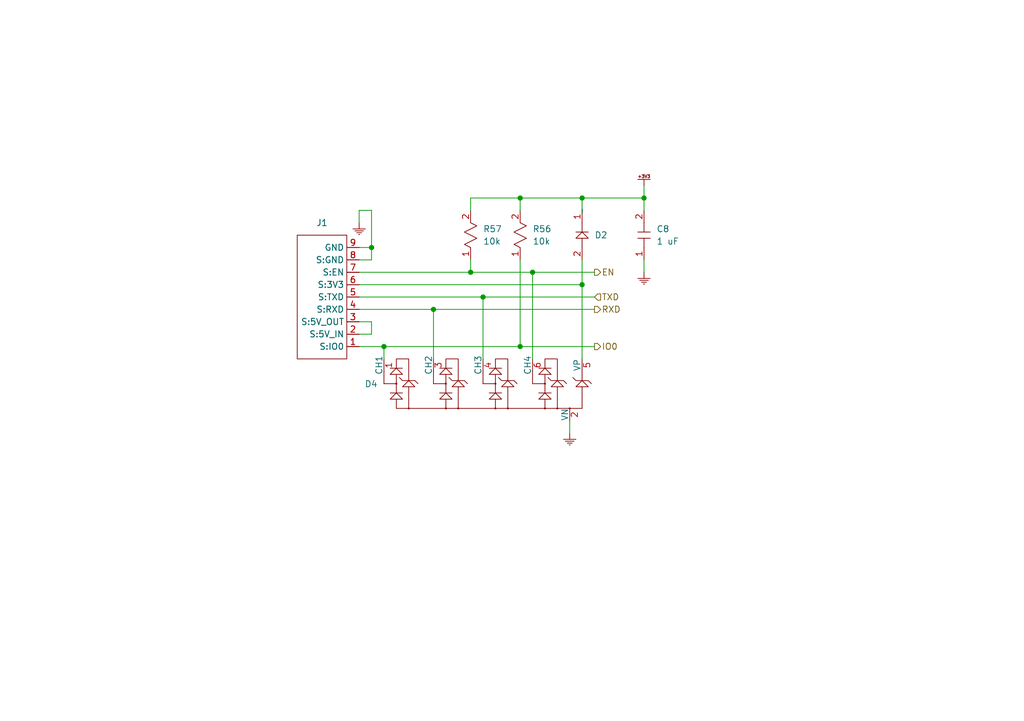
<source format=kicad_sch>
(kicad_sch (version 20230121) (generator eeschema)
  (paper "A5")
  (lib_symbols
    (symbol "zandmd:+3V3" (power) (pin_names (offset 0))
      (symbol "+3V3_0_1"
        (polyline (pts (xy -1.27 1.27) (xy 1.27 1.27)))
        (polyline (pts (xy 0 0) (xy 0 1.27)))
      )
      (symbol "+3V3_1_1"
        (text "+3V3" (at 0 1.905 0) (effects (font (size 0.635 0.635))))
        (pin power_in line (at 0 0 90) (length 0) hide (name "+3V3") (number "1"))
      )
    )
    (symbol "zandmd:CAPACITOR" (pin_names (offset 0))
      (property "Reference" "C" (at 0 0 0))
      (property "Value" "C" (at 0 0 0))
      (symbol "CAPACITOR_0_1"
        (polyline (pts (xy 2.54 0) (xy 4.445 0)))
        (polyline (pts (xy 4.445 1.27) (xy 4.445 -1.27)))
        (polyline (pts (xy 5.715 1.27) (xy 5.715 -1.27)))
        (polyline (pts (xy 7.62 0) (xy 5.715 0)))
      )
      (symbol "CAPACITOR_1_1"
        (pin passive line (at 0 0 0) (length 2.54) (name "") (number "1"))
        (pin passive line (at 10.16 0 180) (length 2.54) (name "") (number "2"))
      )
    )
    (symbol "zandmd:CF25081D0R0-10-NH"
      (property "Reference" "J" (at 0 0 0))
      (symbol "CF25081D0R0-10-NH_0_1"
        (rectangle (start 2.54 25.4) (end 12.7 0))
      )
      (symbol "CF25081D0R0-10-NH_1_1"
        (pin unspecified line (at 0 22.86 0) (length 2.54) (name "P1") (number "1") (alternate "S:IO0" open_collector line))
        (pin unspecified line (at 0 20.32 0) (length 2.54) (name "P2") (number "2") (alternate "S:5V_IN" power_out line))
        (pin unspecified line (at 0 17.78 0) (length 2.54) (name "P3") (number "3") (alternate "S:5V_OUT" power_in line))
        (pin unspecified line (at 0 15.24 0) (length 2.54) (name "P4") (number "4") (alternate "S:RXD" output line))
        (pin unspecified line (at 0 12.7 0) (length 2.54) (name "P5") (number "5") (alternate "S:TXD" input line))
        (pin unspecified line (at 0 10.16 0) (length 2.54) (name "P6") (number "6") (alternate "S:3V3" power_out line))
        (pin unspecified line (at 0 7.62 0) (length 2.54) (name "P7") (number "7") (alternate "S:EN" open_collector line))
        (pin unspecified line (at 0 5.08 0) (length 2.54) (name "P8") (number "8") (alternate "S:GND" passive line))
        (pin passive line (at 0 2.54 0) (length 2.54) (name "GND") (number "9"))
      )
    )
    (symbol "zandmd:CM1293A-04SO" (pin_names (offset 0))
      (property "Reference" "D" (at 0 0 0))
      (symbol "CM1293A-04SO_0_1"
        (polyline (pts (xy 0 10.16) (xy 0 7.62)))
        (polyline (pts (xy 1.27 5.715) (xy 3.81 5.715)))
        (polyline (pts (xy 1.27 10.795) (xy 3.81 10.795)))
        (polyline (pts (xy 2.54 4.445) (xy 2.54 2.54)))
        (polyline (pts (xy 2.54 7.62) (xy 0 7.62)))
        (polyline (pts (xy 2.54 9.525) (xy 2.54 5.715)))
        (polyline (pts (xy 5.08 6.985) (xy 5.08 2.54)))
        (polyline (pts (xy 10.16 10.16) (xy 10.16 7.62)))
        (polyline (pts (xy 11.43 5.715) (xy 13.97 5.715)))
        (polyline (pts (xy 11.43 10.795) (xy 13.97 10.795)))
        (polyline (pts (xy 12.7 4.445) (xy 12.7 2.54)))
        (polyline (pts (xy 12.7 7.62) (xy 10.16 7.62)))
        (polyline (pts (xy 12.7 9.525) (xy 12.7 5.715)))
        (polyline (pts (xy 15.24 6.985) (xy 15.24 2.54)))
        (polyline (pts (xy 20.32 10.16) (xy 20.32 7.62)))
        (polyline (pts (xy 21.59 5.715) (xy 24.13 5.715)))
        (polyline (pts (xy 21.59 10.795) (xy 24.13 10.795)))
        (polyline (pts (xy 22.86 4.445) (xy 22.86 2.54)))
        (polyline (pts (xy 22.86 7.62) (xy 20.32 7.62)))
        (polyline (pts (xy 22.86 9.525) (xy 22.86 5.715)))
        (polyline (pts (xy 25.4 6.985) (xy 25.4 2.54)))
        (polyline (pts (xy 30.48 10.16) (xy 30.48 7.62)))
        (polyline (pts (xy 31.75 5.715) (xy 34.29 5.715)))
        (polyline (pts (xy 31.75 10.795) (xy 34.29 10.795)))
        (polyline (pts (xy 33.02 4.445) (xy 33.02 2.54)))
        (polyline (pts (xy 33.02 7.62) (xy 30.48 7.62)))
        (polyline (pts (xy 33.02 9.525) (xy 33.02 5.715)))
        (polyline (pts (xy 35.56 6.985) (xy 35.56 2.54)))
        (polyline (pts (xy 40.64 2.54) (xy 2.54 2.54)))
        (polyline (pts (xy 40.64 6.985) (xy 40.64 2.54)))
        (polyline (pts (xy 40.64 8.255) (xy 40.64 10.16)))
        (polyline (pts (xy 2.54 5.715) (xy 1.27 4.445) (xy 3.81 4.445) (xy 2.54 5.715)))
        (polyline (pts (xy 2.54 10.795) (xy 1.27 9.525) (xy 3.81 9.525) (xy 2.54 10.795)))
        (polyline (pts (xy 2.54 10.795) (xy 2.54 12.7) (xy 5.08 12.7) (xy 5.08 8.255)))
        (polyline (pts (xy 5.08 8.255) (xy 3.81 6.985) (xy 6.35 6.985) (xy 5.08 8.255)))
        (polyline (pts (xy 6.985 7.62) (xy 6.35 8.255) (xy 3.81 8.255) (xy 3.175 8.89)))
        (polyline (pts (xy 12.7 5.715) (xy 11.43 4.445) (xy 13.97 4.445) (xy 12.7 5.715)))
        (polyline (pts (xy 12.7 10.795) (xy 11.43 9.525) (xy 13.97 9.525) (xy 12.7 10.795)))
        (polyline (pts (xy 12.7 10.795) (xy 12.7 12.7) (xy 15.24 12.7) (xy 15.24 8.255)))
        (polyline (pts (xy 15.24 8.255) (xy 13.97 6.985) (xy 16.51 6.985) (xy 15.24 8.255)))
        (polyline (pts (xy 17.145 7.62) (xy 16.51 8.255) (xy 13.97 8.255) (xy 13.335 8.89)))
        (polyline (pts (xy 22.86 5.715) (xy 21.59 4.445) (xy 24.13 4.445) (xy 22.86 5.715)))
        (polyline (pts (xy 22.86 10.795) (xy 21.59 9.525) (xy 24.13 9.525) (xy 22.86 10.795)))
        (polyline (pts (xy 22.86 10.795) (xy 22.86 12.7) (xy 25.4 12.7) (xy 25.4 8.255)))
        (polyline (pts (xy 25.4 8.255) (xy 24.13 6.985) (xy 26.67 6.985) (xy 25.4 8.255)))
        (polyline (pts (xy 27.305 7.62) (xy 26.67 8.255) (xy 24.13 8.255) (xy 23.495 8.89)))
        (polyline (pts (xy 33.02 5.715) (xy 31.75 4.445) (xy 34.29 4.445) (xy 33.02 5.715)))
        (polyline (pts (xy 33.02 10.795) (xy 31.75 9.525) (xy 34.29 9.525) (xy 33.02 10.795)))
        (polyline (pts (xy 33.02 10.795) (xy 33.02 12.7) (xy 35.56 12.7) (xy 35.56 8.255)))
        (polyline (pts (xy 35.56 8.255) (xy 34.29 6.985) (xy 36.83 6.985) (xy 35.56 8.255)))
        (polyline (pts (xy 37.465 7.62) (xy 36.83 8.255) (xy 34.29 8.255) (xy 33.655 8.89)))
        (polyline (pts (xy 40.64 8.255) (xy 39.37 6.985) (xy 41.91 6.985) (xy 40.64 8.255)))
        (polyline (pts (xy 42.545 7.62) (xy 41.91 8.255) (xy 39.37 8.255) (xy 38.735 8.89)))
        (circle (center 2.54 7.62) (radius 0.127))
        (circle (center 5.08 2.54) (radius 0.127))
        (circle (center 12.7 2.54) (radius 0.127))
        (circle (center 12.7 7.62) (radius 0.127))
        (circle (center 15.24 2.54) (radius 0.127))
        (circle (center 22.86 2.54) (radius 0.127))
        (circle (center 22.86 7.62) (radius 0.127))
        (circle (center 25.4 2.54) (radius 0.127))
        (circle (center 33.02 2.54) (radius 0.127))
        (circle (center 33.02 7.62) (radius 0.127))
        (circle (center 35.56 2.54) (radius 0.127))
        (circle (center 38.1 2.54) (radius 0.127))
      )
      (symbol "CM1293A-04SO_1_1"
        (pin passive line (at 0 12.7 270) (length 2.54) (name "CH1") (number "1"))
        (pin passive line (at 38.1 0 90) (length 2.54) (name "VN") (number "2"))
        (pin passive line (at 10.16 12.7 270) (length 2.54) (name "CH2") (number "3"))
        (pin passive line (at 20.32 12.7 270) (length 2.54) (name "CH3") (number "4"))
        (pin passive line (at 40.64 12.7 270) (length 2.54) (name "VP") (number "5"))
        (pin passive line (at 30.48 12.7 270) (length 2.54) (name "CH4") (number "6"))
      )
    )
    (symbol "zandmd:DIODE" (pin_names (offset 0))
      (property "Reference" "D" (at 0 0 0))
      (symbol "DIODE_0_1"
        (polyline (pts (xy 4.445 0) (xy 2.54 0)))
        (polyline (pts (xy 4.445 1.27) (xy 4.445 -1.27)))
        (polyline (pts (xy 7.62 0) (xy 5.715 0)))
        (polyline (pts (xy 4.445 0) (xy 5.715 -1.27) (xy 5.715 1.27) (xy 4.445 0)))
      )
      (symbol "DIODE_1_1"
        (pin passive line (at 0 0 0) (length 2.54) (name "") (number "1"))
        (pin passive line (at 10.16 0 180) (length 2.54) (name "") (number "2"))
      )
    )
    (symbol "zandmd:GND" (power) (pin_names (offset 0))
      (symbol "GND_0_1"
        (polyline (pts (xy -1.27 -1.27) (xy 1.27 -1.27)))
        (polyline (pts (xy -0.889 -1.651) (xy 0.889 -1.651)))
        (polyline (pts (xy -0.508 -2.032) (xy 0.508 -2.032)))
        (polyline (pts (xy -0.127 -2.413) (xy 0.127 -2.413)))
        (polyline (pts (xy 0 0) (xy 0 -1.27)))
      )
      (symbol "GND_1_1"
        (pin power_in line (at 0 0 270) (length 0) hide (name "GND") (number "1"))
      )
    )
    (symbol "zandmd:RESISTOR" (pin_names (offset 0))
      (property "Reference" "R" (at 0 0 0))
      (property "Value" "R" (at 0 0 0))
      (symbol "RESISTOR_0_1"
        (polyline (pts (xy 2.54 0) (xy 3.175 1.27) (xy 4.445 -1.27) (xy 5.715 1.27) (xy 6.985 -1.27) (xy 7.62 0)))
      )
      (symbol "RESISTOR_1_1"
        (pin passive line (at 0 0 0) (length 2.54) (name "") (number "1"))
        (pin passive line (at 10.16 0 180) (length 2.54) (name "") (number "2"))
      )
    )
  )
  (junction (at 88.9 63.5))
  (junction (at 119.38 58.42))
  (junction (at 119.38 40.64))
  (junction (at 99.06 60.96))
  (junction (at 96.52 55.88))
  (junction (at 76.2 50.8))
  (junction (at 132.08 40.64))
  (junction (at 106.68 71.12))
  (junction (at 78.74 71.12))
  (junction (at 106.68 40.64))
  (junction (at 109.22 55.88))
  (wire (pts (xy 132.08 43.18) (xy 132.08 40.64)))
  (wire (pts (xy 73.66 55.88) (xy 96.52 55.88)))
  (wire (pts (xy 106.68 71.12) (xy 121.92 71.12)))
  (wire (pts (xy 78.74 71.12) (xy 78.74 73.66)))
  (wire (pts (xy 106.68 40.64) (xy 119.38 40.64)))
  (wire (pts (xy 109.22 55.88) (xy 109.22 73.66)))
  (wire (pts (xy 73.66 53.34) (xy 76.2 53.34)))
  (wire (pts (xy 96.52 40.64) (xy 96.52 43.18)))
  (wire (pts (xy 73.66 66.04) (xy 76.2 66.04)))
  (wire (pts (xy 73.66 43.18) (xy 76.2 43.18)))
  (wire (pts (xy 73.66 60.96) (xy 99.06 60.96)))
  (wire (pts (xy 106.68 43.18) (xy 106.68 40.64)))
  (wire (pts (xy 116.84 86.36) (xy 116.84 88.9)))
  (wire (pts (xy 88.9 63.5) (xy 121.92 63.5)))
  (wire (pts (xy 73.66 63.5) (xy 88.9 63.5)))
  (wire (pts (xy 96.52 55.88) (xy 109.22 55.88)))
  (wire (pts (xy 106.68 40.64) (xy 96.52 40.64)))
  (wire (pts (xy 119.38 58.42) (xy 119.38 73.66)))
  (wire (pts (xy 109.22 55.88) (xy 121.92 55.88)))
  (wire (pts (xy 132.08 38.1) (xy 132.08 40.64)))
  (wire (pts (xy 119.38 40.64) (xy 132.08 40.64)))
  (wire (pts (xy 119.38 53.34) (xy 119.38 58.42)))
  (wire (pts (xy 132.08 55.88) (xy 132.08 53.34)))
  (wire (pts (xy 73.66 71.12) (xy 78.74 71.12)))
  (wire (pts (xy 73.66 58.42) (xy 119.38 58.42)))
  (wire (pts (xy 78.74 71.12) (xy 106.68 71.12)))
  (wire (pts (xy 76.2 53.34) (xy 76.2 50.8)))
  (wire (pts (xy 73.66 50.8) (xy 76.2 50.8)))
  (wire (pts (xy 73.66 45.72) (xy 73.66 43.18)))
  (wire (pts (xy 99.06 60.96) (xy 99.06 73.66)))
  (wire (pts (xy 96.52 53.34) (xy 96.52 55.88)))
  (wire (pts (xy 73.66 68.58) (xy 76.2 68.58)))
  (wire (pts (xy 106.68 53.34) (xy 106.68 71.12)))
  (wire (pts (xy 88.9 63.5) (xy 88.9 73.66)))
  (wire (pts (xy 76.2 68.58) (xy 76.2 66.04)))
  (wire (pts (xy 76.2 43.18) (xy 76.2 50.8)))
  (wire (pts (xy 99.06 60.96) (xy 121.92 60.96)))
  (wire (pts (xy 119.38 40.64) (xy 119.38 43.18)))
  (hierarchical_label "EN" (shape output) (at 121.92 55.88 0))
  (hierarchical_label "TXD" (shape input) (at 121.92 60.96 0))
  (hierarchical_label "RXD" (shape output) (at 121.92 63.5 0))
  (hierarchical_label "IO0" (shape output) (at 121.92 71.12 0))
  (symbol (lib_id "zandmd:CM1293A-04SO") (at 78.74 86.36 0) (unit 1)
    (property "Reference" "D4" (at 77.47 78.8035 0) (effects (justify right)))
    (property "Value" "CM1293A-04SO" (effects hide))
    (property "Footprint" "zandmd:CM1293A-04SO" (effects hide))
    (property "Datasheet" "https://www.onsemi.com/pdf/datasheet/cm1293a-04so-d.pdf" (effects hide))
    (property "Sim.Enable" "0" (effects hide))
    (instances (project "tv-source-switcher" (path "" (reference "D4") (unit 1))) (project "neopixel-controller" (path "" (reference "D3") (unit 1))) (project "pinewood-derby-car" (path "" (reference "D2") (unit 1))) (project "main-board" (path "" (reference "D3") (unit 1))))
  )
  (symbol (lib_id "zandmd:GND") (at 73.66 45.72 0) (unit 1)
    (property "Reference" "#PWR01" (effects hide))
    (property "Value" "GND" (effects hide))
  )
  (symbol (lib_id "zandmd:GND") (at 132.08 55.88 0) (unit 1)
    (property "Reference" "#PWR04" (effects hide))
    (property "Value" "GND" (effects hide))
  )
  (symbol (lib_id "zandmd:RESISTOR") (at 106.68 53.34 90) (unit 1)
    (property "Reference" "R56" (at 109.22 46.99 90) (effects (justify right)))
    (property "Value" "10k" (at 109.22 49.53 90) (effects (justify right)))
    (property "Footprint" "zandmd:PASSIVE-NPOL-0805" (effects hide))
    (property "Sim.Device" "R" (effects hide))
    (property "Sim.Pins" "1=+ 2=-" (effects hide))
    (instances (project "tv-source-switcher" (path "" (reference "R56") (unit 1))) (project "neopixel-controller" (path "" (reference "R9") (unit 1))) (project "pinewood-derby-car" (path "" (reference "R5") (unit 1))) (project "main-board" (path "" (reference "R4") (unit 1))))
  )
  (symbol (lib_id "zandmd:DIODE") (at 119.38 43.18 270) (unit 1)
    (property "Reference" "D2" (at 121.92 48.26 90) (effects (justify left)))
    (property "Value" "~" (at 119.38 43.18 0))
    (property "Footprint" "zandmd:PASSIVE-POL-0805" (effects hide))
    (property "Sim.Enable" "0" (effects hide))
    (instances (project "tv-source-switcher" (path "" (reference "D2") (unit 1))) (project "neopixel-controller" (path "" (reference "D4") (unit 1))) (project "pinewood-derby-car" (path "" (reference "D1") (unit 1))) (project "main-board" (path "" (reference "D4") (unit 1))))
  )
  (symbol (lib_id "zandmd:CF25081D0R0-10-NH") (at 73.66 48.26 180) (unit 1)
    (property "Reference" "J1" (at 66.04 45.72 0))
    (property "Value" "CF25081D0R0-10-NH" (effects hide))
    (property "Footprint" "zandmd:CF25081D0R0-10-NH" (effects hide))
    (property "Datasheet" "https://media.digikey.com/pdf/Data%20Sheets/Cvilux%20USA%20PDFs/CF2519SF.PDF" (effects hide))
    (property "Sim.Enable" "0" (effects hide))
    (pin "1" (alternate "S:IO0"))
    (pin "2" (alternate "S:5V_IN"))
    (pin "3" (alternate "S:5V_OUT"))
    (pin "4" (alternate "S:RXD"))
    (pin "5" (alternate "S:TXD"))
    (pin "6" (alternate "S:3V3"))
    (pin "7" (alternate "S:EN"))
    (pin "8" (alternate "S:GND"))
    (instances (project "tv-source-switcher" (path "" (reference "J1") (unit 1))) (project "neopixel-controller" (path "" (reference "J2") (unit 1))) (project "pinewood-derby-car" (path "" (reference "J2") (unit 1))) (project "main-board" (path "" (reference "J2") (unit 1))))
  )
  (symbol (lib_id "zandmd:GND") (at 116.84 88.9 0) (unit 1)
    (property "Reference" "#PWR02" (effects hide))
    (property "Value" "GND" (effects hide))
  )
  (symbol (lib_id "zandmd:CAPACITOR") (at 132.08 53.34 90) (unit 1)
    (property "Reference" "C8" (at 134.62 46.99 90) (effects (justify right)))
    (property "Value" "1 uF" (at 134.62 49.53 90) (effects (justify right)))
    (property "Footprint" "zandmd:PASSIVE-NPOL-0805" (effects hide))
    (property "Sim.Device" "C" (effects hide))
    (property "Sim.Pins" "1=+ 2=-" (effects hide))
    (instances (project "tv-source-switcher" (path "" (reference "C8") (unit 1))) (project "neopixel-controller" (path "" (reference "C9") (unit 1))) (project "pinewood-derby-car" (path "" (reference "C5") (unit 1))) (project "main-board" (path "" (reference "C4") (unit 1))))
  )
  (symbol (lib_id "zandmd:+3V3") (at 132.08 38.1 0) (unit 1)
    (property "Reference" "#PWR03" (effects hide))
    (property "Value" "+3V3" (effects hide))
  )
  (symbol (lib_id "zandmd:RESISTOR") (at 96.52 53.34 90) (unit 1)
    (property "Reference" "R57" (at 99.06 46.99 90) (effects (justify right)))
    (property "Value" "10k" (at 99.06 49.53 90) (effects (justify right)))
    (property "Footprint" "zandmd:PASSIVE-NPOL-0805" (effects hide))
    (property "Sim.Device" "R" (effects hide))
    (property "Sim.Pins" "1=+ 2=-" (effects hide))
    (instances (project "tv-source-switcher" (path "" (reference "R57") (unit 1))) (project "neopixel-controller" (path "" (reference "R8") (unit 1))) (project "pinewood-derby-car" (path "" (reference "R4") (unit 1))) (project "main-board" (path "" (reference "R1") (unit 1))))
  )
)
</source>
